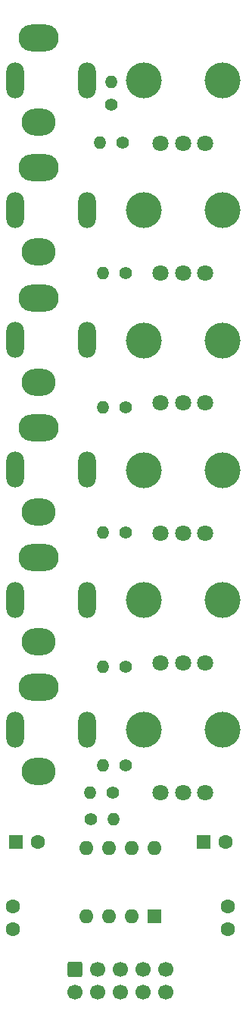
<source format=gbs>
%TF.GenerationSoftware,KiCad,Pcbnew,(6.0.1)*%
%TF.CreationDate,2022-10-05T10:26:55-04:00*%
%TF.ProjectId,SYNTH-MIXER5-01,53594e54-482d-44d4-9958-4552352d3031,1*%
%TF.SameCoordinates,Original*%
%TF.FileFunction,Soldermask,Bot*%
%TF.FilePolarity,Negative*%
%FSLAX46Y46*%
G04 Gerber Fmt 4.6, Leading zero omitted, Abs format (unit mm)*
G04 Created by KiCad (PCBNEW (6.0.1)) date 2022-10-05 10:26:55*
%MOMM*%
%LPD*%
G01*
G04 APERTURE LIST*
G04 Aperture macros list*
%AMRoundRect*
0 Rectangle with rounded corners*
0 $1 Rounding radius*
0 $2 $3 $4 $5 $6 $7 $8 $9 X,Y pos of 4 corners*
0 Add a 4 corners polygon primitive as box body*
4,1,4,$2,$3,$4,$5,$6,$7,$8,$9,$2,$3,0*
0 Add four circle primitives for the rounded corners*
1,1,$1+$1,$2,$3*
1,1,$1+$1,$4,$5*
1,1,$1+$1,$6,$7*
1,1,$1+$1,$8,$9*
0 Add four rect primitives between the rounded corners*
20,1,$1+$1,$2,$3,$4,$5,0*
20,1,$1+$1,$4,$5,$6,$7,0*
20,1,$1+$1,$6,$7,$8,$9,0*
20,1,$1+$1,$8,$9,$2,$3,0*%
G04 Aperture macros list end*
%ADD10C,4.000000*%
%ADD11C,1.800000*%
%ADD12C,1.400000*%
%ADD13O,1.400000X1.400000*%
%ADD14O,4.500000X3.000000*%
%ADD15O,3.800000X3.000000*%
%ADD16O,2.000000X4.000000*%
%ADD17RoundRect,0.250000X-0.600000X0.600000X-0.600000X-0.600000X0.600000X-0.600000X0.600000X0.600000X0*%
%ADD18C,1.700000*%
%ADD19R,1.600000X1.600000*%
%ADD20C,1.600000*%
%ADD21O,1.600000X1.600000*%
G04 APERTURE END LIST*
D10*
%TO.C,RV5*%
X26500000Y-73050000D03*
X17700000Y-73050000D03*
D11*
X24600000Y-80050000D03*
X22100000Y-80050000D03*
X19600000Y-80050000D03*
%TD*%
D12*
%TO.C,R4*%
X15720000Y-80500000D03*
D13*
X13180000Y-80500000D03*
%TD*%
D10*
%TO.C,RV1*%
X26500000Y-15050000D03*
X17700000Y-15050000D03*
D11*
X24600000Y-22050000D03*
X22100000Y-22050000D03*
X19600000Y-22050000D03*
%TD*%
D10*
%TO.C,RV3*%
X17700000Y-44050000D03*
X26500000Y-44050000D03*
D11*
X24600000Y-51050000D03*
X22100000Y-51050000D03*
X19600000Y-51050000D03*
%TD*%
D10*
%TO.C,RV6*%
X17700000Y-87550000D03*
X26500000Y-87550000D03*
D11*
X24600000Y-94550000D03*
X22100000Y-94550000D03*
X19600000Y-94550000D03*
%TD*%
D14*
%TO.C,J5*%
X6000000Y-68300000D03*
D15*
X6000000Y-77700000D03*
D16*
X11400000Y-73000000D03*
X3300000Y-73000000D03*
%TD*%
D14*
%TO.C,J6*%
X6000000Y-82800000D03*
D15*
X6000000Y-92200000D03*
D16*
X11400000Y-87500000D03*
X3300000Y-87500000D03*
%TD*%
D12*
%TO.C,R10*%
X14100000Y-17720000D03*
D13*
X14100000Y-15180000D03*
%TD*%
D12*
%TO.C,R5*%
X15720000Y-91500000D03*
D13*
X13180000Y-91500000D03*
%TD*%
D14*
%TO.C,J2*%
X6000000Y-24800000D03*
D15*
X6000000Y-34200000D03*
D16*
X11400000Y-29500000D03*
X3300000Y-29500000D03*
%TD*%
D15*
%TO.C,J1*%
X6000000Y-19700000D03*
D14*
X6000000Y-10300000D03*
D16*
X11400000Y-15000000D03*
X3300000Y-15000000D03*
%TD*%
D12*
%TO.C,R3*%
X15720000Y-65500000D03*
D13*
X13180000Y-65500000D03*
%TD*%
D14*
%TO.C,J4*%
X6000000Y-53800000D03*
D15*
X6000000Y-63200000D03*
D16*
X11400000Y-58500000D03*
X3300000Y-58500000D03*
%TD*%
D10*
%TO.C,RV2*%
X26500000Y-29550000D03*
X17700000Y-29550000D03*
D11*
X24600000Y-36550000D03*
X22100000Y-36550000D03*
X19600000Y-36550000D03*
%TD*%
D12*
%TO.C,R1*%
X15720000Y-36500000D03*
D13*
X13180000Y-36500000D03*
%TD*%
D11*
%TO.C,RV4*%
X19600000Y-65550000D03*
X22100000Y-65550000D03*
X24600000Y-65550000D03*
D10*
X17700000Y-58550000D03*
X26500000Y-58550000D03*
%TD*%
D12*
%TO.C,R2*%
X15720000Y-51500000D03*
D13*
X13180000Y-51500000D03*
%TD*%
D15*
%TO.C,J3*%
X6000000Y-48700000D03*
D14*
X6000000Y-39300000D03*
D16*
X11400000Y-44000000D03*
X3300000Y-44000000D03*
%TD*%
D17*
%TO.C,J8*%
X10020000Y-114247500D03*
D18*
X10020000Y-116787500D03*
X12560000Y-114247500D03*
X12560000Y-116787500D03*
X15100000Y-114247500D03*
X15100000Y-116787500D03*
X17640000Y-114247500D03*
X17640000Y-116787500D03*
X20180000Y-114247500D03*
X20180000Y-116787500D03*
%TD*%
D19*
%TO.C,C3*%
X24394888Y-100000000D03*
D20*
X26894888Y-100000000D03*
%TD*%
D19*
%TO.C,U1*%
X18900000Y-108300000D03*
D21*
X16360000Y-108300000D03*
X13820000Y-108300000D03*
X11280000Y-108300000D03*
X11280000Y-100680000D03*
X13820000Y-100680000D03*
X16360000Y-100680000D03*
X18900000Y-100680000D03*
%TD*%
D12*
%TO.C,R7*%
X11780000Y-97500000D03*
D13*
X14320000Y-97500000D03*
%TD*%
D20*
%TO.C,C1*%
X27100000Y-107250000D03*
X27100000Y-109750000D03*
%TD*%
%TO.C,C2*%
X3100000Y-107250000D03*
X3100000Y-109750000D03*
%TD*%
D12*
%TO.C,R8*%
X14220000Y-94500000D03*
D13*
X11680000Y-94500000D03*
%TD*%
D12*
%TO.C,R9*%
X15320000Y-22000000D03*
D13*
X12780000Y-22000000D03*
%TD*%
D19*
%TO.C,C4*%
X3394888Y-100000000D03*
D20*
X5894888Y-100000000D03*
%TD*%
M02*

</source>
